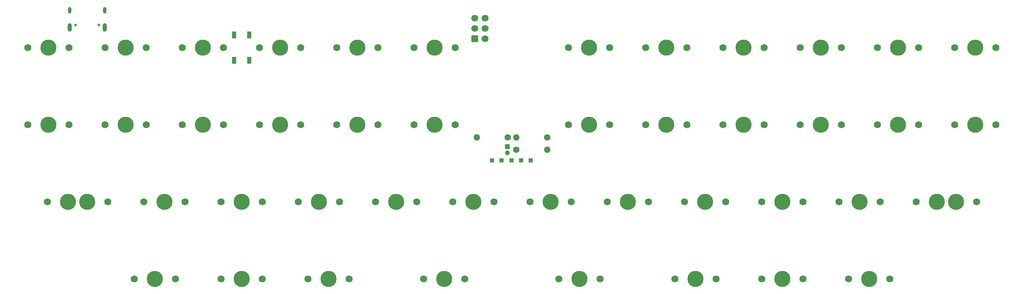
<source format=gts>
G04 #@! TF.GenerationSoftware,KiCad,Pcbnew,(6.0.5)*
G04 #@! TF.CreationDate,2022-08-11T09:24:01-04:00*
G04 #@! TF.ProjectId,phoenix45_alpha-rounded,70686f65-6e69-4783-9435-5f616c706861,rev?*
G04 #@! TF.SameCoordinates,Original*
G04 #@! TF.FileFunction,Soldermask,Top*
G04 #@! TF.FilePolarity,Negative*
%FSLAX46Y46*%
G04 Gerber Fmt 4.6, Leading zero omitted, Abs format (unit mm)*
G04 Created by KiCad (PCBNEW (6.0.5)) date 2022-08-11 09:24:01*
%MOMM*%
%LPD*%
G01*
G04 APERTURE LIST*
G04 Aperture macros list*
%AMRoundRect*
0 Rectangle with rounded corners*
0 $1 Rounding radius*
0 $2 $3 $4 $5 $6 $7 $8 $9 X,Y pos of 4 corners*
0 Add a 4 corners polygon primitive as box body*
4,1,4,$2,$3,$4,$5,$6,$7,$8,$9,$2,$3,0*
0 Add four circle primitives for the rounded corners*
1,1,$1+$1,$2,$3*
1,1,$1+$1,$4,$5*
1,1,$1+$1,$6,$7*
1,1,$1+$1,$8,$9*
0 Add four rect primitives between the rounded corners*
20,1,$1+$1,$2,$3,$4,$5,0*
20,1,$1+$1,$4,$5,$6,$7,0*
20,1,$1+$1,$6,$7,$8,$9,0*
20,1,$1+$1,$8,$9,$2,$3,0*%
G04 Aperture macros list end*
%ADD10C,3.987800*%
%ADD11C,1.750000*%
%ADD12R,1.100000X1.800000*%
%ADD13R,1.000000X1.000000*%
%ADD14R,1.200000X1.200000*%
%ADD15C,1.200000*%
%ADD16C,1.600000*%
%ADD17O,1.600000X1.600000*%
%ADD18C,0.650000*%
%ADD19O,1.000000X2.100000*%
%ADD20O,0.800000X1.600000*%
%ADD21RoundRect,0.250000X-0.600000X-0.600000X0.600000X-0.600000X0.600000X0.600000X-0.600000X0.600000X0*%
%ADD22C,1.700000*%
G04 APERTURE END LIST*
D10*
X101600000Y-75406250D03*
D11*
X96520000Y-75406250D03*
X106680000Y-75406250D03*
X66198750Y-94456250D03*
D10*
X61118750Y-94456250D03*
D11*
X56038750Y-94456250D03*
D10*
X120650000Y-75406250D03*
D11*
X115570000Y-75406250D03*
X125730000Y-75406250D03*
X240030000Y-75406250D03*
D10*
X234950000Y-75406250D03*
D11*
X229870000Y-75406250D03*
X182245000Y-56356250D03*
D10*
X187325000Y-56356250D03*
D11*
X192405000Y-56356250D03*
X230505000Y-37306250D03*
X220345000Y-37306250D03*
D10*
X225425000Y-37306250D03*
X254000000Y-75406250D03*
D11*
X259080000Y-75406250D03*
X248920000Y-75406250D03*
X98901250Y-94456250D03*
X109061250Y-94456250D03*
D10*
X103981250Y-94456250D03*
D11*
X40005000Y-37306250D03*
X29845000Y-37306250D03*
D10*
X34925000Y-37306250D03*
D12*
X80700000Y-34206250D03*
X80700000Y-40406250D03*
X84400000Y-34206250D03*
X84400000Y-40406250D03*
D10*
X215900000Y-94456250D03*
D11*
X220980000Y-94456250D03*
X210820000Y-94456250D03*
X249555000Y-37306250D03*
D10*
X244475000Y-37306250D03*
D11*
X239395000Y-37306250D03*
D13*
X149073636Y-65125839D03*
D11*
X201295000Y-37306250D03*
X211455000Y-37306250D03*
D10*
X206375000Y-37306250D03*
X215900000Y-75406250D03*
D11*
X220980000Y-75406250D03*
X210820000Y-75406250D03*
X230505000Y-56356250D03*
D10*
X225425000Y-56356250D03*
D11*
X220345000Y-56356250D03*
X192405000Y-37306250D03*
X182245000Y-37306250D03*
D10*
X187325000Y-37306250D03*
D11*
X48895000Y-56356250D03*
X59055000Y-56356250D03*
D10*
X53975000Y-56356250D03*
D13*
X146692386Y-65125839D03*
D10*
X92075000Y-56356250D03*
D11*
X86995000Y-56356250D03*
X97155000Y-56356250D03*
X163830000Y-75406250D03*
X153670000Y-75406250D03*
D10*
X158750000Y-75406250D03*
X82550000Y-94456250D03*
D11*
X87630000Y-94456250D03*
X77470000Y-94456250D03*
X78105000Y-56356250D03*
D10*
X73025000Y-56356250D03*
D11*
X67945000Y-56356250D03*
D13*
X144311136Y-65125839D03*
D11*
X239395000Y-56356250D03*
X249555000Y-56356250D03*
D10*
X244475000Y-56356250D03*
D14*
X148132817Y-61802044D03*
D15*
X148132817Y-63302044D03*
D16*
X150307081Y-62567507D03*
D17*
X157927081Y-62567507D03*
D11*
X173355000Y-56356250D03*
X163195000Y-56356250D03*
D10*
X168275000Y-56356250D03*
D11*
X58420000Y-75406250D03*
D10*
X63500000Y-75406250D03*
D11*
X68580000Y-75406250D03*
D13*
X151454886Y-65125839D03*
D11*
X137636250Y-94456250D03*
D10*
X132556250Y-94456250D03*
D11*
X127476250Y-94456250D03*
X172720000Y-75406250D03*
D10*
X177800000Y-75406250D03*
D11*
X182880000Y-75406250D03*
D10*
X130175000Y-37306250D03*
D11*
X125095000Y-37306250D03*
X135255000Y-37306250D03*
X29845000Y-56356250D03*
D10*
X34925000Y-56356250D03*
D11*
X40005000Y-56356250D03*
D13*
X153836136Y-65125839D03*
D11*
X44767500Y-75406250D03*
X34607500Y-75406250D03*
D10*
X39687500Y-75406250D03*
D11*
X67945000Y-37306250D03*
X78105000Y-37306250D03*
D10*
X73025000Y-37306250D03*
D16*
X157908196Y-59462814D03*
D17*
X150288196Y-59462814D03*
D11*
X135255000Y-56356250D03*
D10*
X130175000Y-56356250D03*
D11*
X125095000Y-56356250D03*
D10*
X263525000Y-37306250D03*
D11*
X268605000Y-37306250D03*
X258445000Y-37306250D03*
X106045000Y-37306250D03*
X116205000Y-37306250D03*
D10*
X111125000Y-37306250D03*
X263525000Y-56356250D03*
D11*
X258445000Y-56356250D03*
X268605000Y-56356250D03*
X253682500Y-75406250D03*
D10*
X258762500Y-75406250D03*
D11*
X263842500Y-75406250D03*
X201930000Y-75406250D03*
X191770000Y-75406250D03*
D10*
X196850000Y-75406250D03*
D11*
X160813750Y-94456250D03*
D10*
X165893750Y-94456250D03*
D11*
X170973750Y-94456250D03*
D10*
X237331250Y-94456250D03*
D11*
X242411250Y-94456250D03*
X232251250Y-94456250D03*
X116205000Y-56356250D03*
X106045000Y-56356250D03*
D10*
X111125000Y-56356250D03*
D11*
X199548750Y-94456250D03*
D10*
X194468750Y-94456250D03*
D11*
X189388750Y-94456250D03*
X163195000Y-37306250D03*
X173355000Y-37306250D03*
D10*
X168275000Y-37306250D03*
X44450000Y-75406250D03*
D11*
X49530000Y-75406250D03*
X39370000Y-75406250D03*
X134620000Y-75406250D03*
D10*
X139700000Y-75406250D03*
D11*
X144780000Y-75406250D03*
X87630000Y-75406250D03*
X77470000Y-75406250D03*
D10*
X82550000Y-75406250D03*
X206375000Y-56356250D03*
D11*
X211455000Y-56356250D03*
X201295000Y-56356250D03*
X48895000Y-37306250D03*
D10*
X53975000Y-37306250D03*
D11*
X59055000Y-37306250D03*
D16*
X148147035Y-59462814D03*
D17*
X140527035Y-59462814D03*
D11*
X86995000Y-37306250D03*
D10*
X92075000Y-37306250D03*
D11*
X97155000Y-37306250D03*
D18*
X41560000Y-31738600D03*
X47340000Y-31738600D03*
D19*
X48770000Y-32268600D03*
D20*
X40130000Y-28088600D03*
X48770000Y-28088600D03*
D19*
X40130000Y-32268600D03*
D21*
X140017500Y-35083750D03*
D22*
X142557500Y-35083750D03*
X140017500Y-32543750D03*
X142557500Y-32543750D03*
X140017500Y-30003750D03*
X142557500Y-30003750D03*
M02*

</source>
